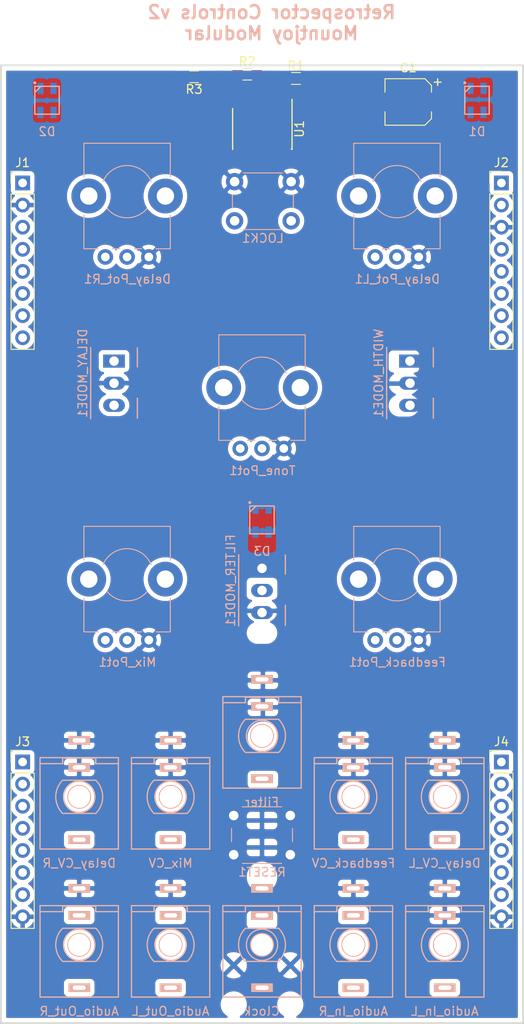
<source format=kicad_pcb>
(kicad_pcb (version 20171130) (host pcbnew "(5.1.9)-1")
  (layers (0 F.Cu signal) (31 B.Cu signal) (34 B.Paste user) (35 F.Paste user) (36 B.SilkS user) (37 F.SilkS user) (38 B.Mask user) (39 F.Mask user) (44 Edge.Cuts user))
  (net 0 "")
  (net 1 GND)
  (net 2 +3.3VA)
  (net 3 /MODE1)
  (net 4 /MODE2)
  (net 5 /EXT_AUDIO_IN_L)
  (net 6 /EXT_AUDIO_IN_R)
  (net 7 /RESET)
  (net 8 /EXT_AUDIO_OUT_L)
  (net 9 /EXT_AUDIO_OUT_R)
  (net 10 /CLOCK)
  (net 11 /DELAY_CV_L)
  (net 12 /DELAY_POT_L)
  (net 13 /DELAY_CV_R)
  (net 14 /DELAY_POT_R)
  (net 15 /MIX_POT)
  (net 16 /MIX_CV)
  (net 17 /FEEDBACK_CV)
  (net 18 /FEEDBACK_POT)
  (net 19 "Net-(J12-Pad2)")
  (net 20 "Net-(J13-Pad2)")
  (net 21 +5V)
  (net 22 "Net-(D1-Pad1)")
  (net 23 "Net-(D1-Pad2)")
  (net 24 "Net-(D1-Pad3)")
  (net 25 "Net-(D2-Pad1)")
  (net 26 "Net-(D2-Pad2)")
  (net 27 "Net-(D2-Pad3)")
  (net 28 "Net-(D3-Pad1)")
  (net 29 "Net-(D3-Pad2)")
  (net 30 "Net-(D3-Pad3)")
  (net 31 /HP_MODE)
  (net 32 /LP_MODE)
  (net 33 +3V3)
  (net 34 /FILTER_CV)
  (net 35 /LED_SPI_DATA)
  (net 36 /LED_SPI_CLK)
  (net 37 /PINGPONG)
  (net 38 /CHORUS)
  (net 39 "Net-(R1-Pad1)")
  (net 40 "Net-(R2-Pad1)")
  (net 41 "Net-(R3-Pad1)")
  (net 42 /FILTER_POT)
  (net 43 /LINK_BTN)
  (module Custom_Footprints:SPDT_SubMiniature_Aligned (layer B.Cu) (at 147 86.5 270)
    (fp_text reference WIDTH_MODE1 (at -1.14 3.6 90) (layer B.SilkS) (effects (justify mirror)))
    (fp_text value SW_SPDT_MSM)
    (fp_line (start 1.714 -2.681) (end 4.014 -2.681) (layer B.SilkS) (width 0.15))
    (fp_line (start -4.078 -2.681) (end -1.878 -2.681) (layer B.SilkS) (width 0.15))
    (fp_line (start -4.1034 2.681) (end 4.064 2.681) (layer B.SilkS) (width 0.15))
    (pad 3 thru_hole oval (at 2.54 0 270) (size 1.5 2.5) (drill 1.0922) (layers *.Cu *.Mask) (net 37 /PINGPONG))
    (pad 2 thru_hole oval (at 0 0 270) (size 1.5 2.5) (drill 1.0922) (layers *.Cu *.Mask) (net 1 GND))
    (pad 1 thru_hole rect (at -2.54 0 270) (size 1.5 2.5) (drill 1.0922) (layers *.Cu *.Mask) (net 38 /CHORUS))
  )
  (module Custom_Footprints:SPDT_SubMiniature_Aligned (layer B.Cu) (at 130 110.3 270)
    (fp_text reference FILTER_MODE1 (at -1.14 3.6 90) (layer B.SilkS) (effects (justify mirror)))
    (fp_text value SW_SPDT_MSM)
    (fp_line (start 1.714 -2.681) (end 4.014 -2.681) (layer B.SilkS) (width 0.15))
    (fp_line (start -4.078 -2.681) (end -1.878 -2.681) (layer B.SilkS) (width 0.15))
    (fp_line (start -4.1034 2.681) (end 4.064 2.681) (layer B.SilkS) (width 0.15))
    (pad 3 thru_hole oval (at 2.54 0 270) (size 1.5 2.5) (drill 1.0922) (layers *.Cu *.Mask) (net 31 /HP_MODE))
    (pad 2 thru_hole oval (at 0 0 270) (size 1.5 2.5) (drill 1.0922) (layers *.Cu *.Mask) (net 1 GND))
    (pad 1 thru_hole rect (at -2.54 0 270) (size 1.5 2.5) (drill 1.0922) (layers *.Cu *.Mask) (net 32 /LP_MODE))
  )
  (module Custom_Footprints:SPDT_SubMiniature_Aligned (layer B.Cu) (at 113 86.5 270)
    (fp_text reference DELAY_MODE1 (at -1.14 3.6 90) (layer B.SilkS) (effects (justify mirror)))
    (fp_text value SW_SPDT_MSM)
    (fp_line (start 1.714 -2.681) (end 4.014 -2.681) (layer B.SilkS) (width 0.15))
    (fp_line (start -4.078 -2.681) (end -1.878 -2.681) (layer B.SilkS) (width 0.15))
    (fp_line (start -4.1034 2.681) (end 4.064 2.681) (layer B.SilkS) (width 0.15))
    (pad 3 thru_hole oval (at 2.54 0 270) (size 1.5 2.5) (drill 1.0922) (layers *.Cu *.Mask) (net 4 /MODE2))
    (pad 2 thru_hole oval (at 0 0 270) (size 1.5 2.5) (drill 1.0922) (layers *.Cu *.Mask) (net 1 GND))
    (pad 1 thru_hole rect (at -2.54 0 270) (size 1.5 2.5) (drill 1.0922) (layers *.Cu *.Mask) (net 3 /MODE1))
  )
  (module Custom_Footprints:LED_RGB_PLCC4 (layer B.Cu) (at 130 102.2)
    (fp_text reference D3 (at 0 3.6) (layer B.SilkS) (effects (justify mirror)))
    (fp_text value LED_RGBA)
    (fp_line (start 1.4 -1.6) (end -1.4 -1.6) (layer B.SilkS) (width 0.15))
    (fp_line (start 1.4 1.6) (end -1.4 1.6) (layer B.SilkS) (width 0.15))
    (fp_line (start -1.4 -1.6) (end -1.4 1.6) (layer B.SilkS) (width 0.15))
    (fp_line (start 1.4 -1.6) (end 1.4 1.6) (layer B.SilkS) (width 0.15))
    (fp_line (start -0.725 -1.575) (end -1.4 -0.9) (layer B.SilkS) (width 0.15))
    (fp_circle (center -1.4 -2) (end -1.3 -2) (layer B.SilkS) (width 0.15))
    (pad 1 smd rect (at -0.75 -1.35) (size 0.7 1.3) (layers B.Cu B.Paste B.Mask) (net 28 "Net-(D3-Pad1)"))
    (pad 2 smd rect (at -0.75 1.4) (size 0.7 1.3) (layers B.Cu B.Paste B.Mask) (net 29 "Net-(D3-Pad2)"))
    (pad 4 smd rect (at 0.75 -1.35) (size 0.7 1.3) (layers B.Cu B.Paste B.Mask) (net 21 +5V))
    (pad 3 smd rect (at 0.75 1.4) (size 0.7 1.3) (layers B.Cu B.Paste B.Mask) (net 30 "Net-(D3-Pad3)"))
  )
  (module Custom_Footprints:LED_RGB_PLCC4 (layer B.Cu) (at 105.3 54)
    (fp_text reference D2 (at 0 3.6) (layer B.SilkS) (effects (justify mirror)))
    (fp_text value LED_RGBA)
    (fp_line (start 1.4 -1.6) (end -1.4 -1.6) (layer B.SilkS) (width 0.15))
    (fp_line (start 1.4 1.6) (end -1.4 1.6) (layer B.SilkS) (width 0.15))
    (fp_line (start -1.4 -1.6) (end -1.4 1.6) (layer B.SilkS) (width 0.15))
    (fp_line (start 1.4 -1.6) (end 1.4 1.6) (layer B.SilkS) (width 0.15))
    (fp_line (start -0.725 -1.575) (end -1.4 -0.9) (layer B.SilkS) (width 0.15))
    (fp_circle (center -1.4 -2) (end -1.3 -2) (layer B.SilkS) (width 0.15))
    (pad 1 smd rect (at -0.75 -1.35) (size 0.7 1.3) (layers B.Cu B.Paste B.Mask) (net 25 "Net-(D2-Pad1)"))
    (pad 2 smd rect (at -0.75 1.4) (size 0.7 1.3) (layers B.Cu B.Paste B.Mask) (net 26 "Net-(D2-Pad2)"))
    (pad 4 smd rect (at 0.75 -1.35) (size 0.7 1.3) (layers B.Cu B.Paste B.Mask) (net 21 +5V))
    (pad 3 smd rect (at 0.75 1.4) (size 0.7 1.3) (layers B.Cu B.Paste B.Mask) (net 27 "Net-(D2-Pad3)"))
  )
  (module Custom_Footprints:LED_RGB_PLCC4 (layer B.Cu) (at 154.7 54)
    (fp_text reference D1 (at 0 3.6) (layer B.SilkS) (effects (justify mirror)))
    (fp_text value LED_RGBA)
    (fp_line (start 1.4 -1.6) (end -1.4 -1.6) (layer B.SilkS) (width 0.15))
    (fp_line (start 1.4 1.6) (end -1.4 1.6) (layer B.SilkS) (width 0.15))
    (fp_line (start -1.4 -1.6) (end -1.4 1.6) (layer B.SilkS) (width 0.15))
    (fp_line (start 1.4 -1.6) (end 1.4 1.6) (layer B.SilkS) (width 0.15))
    (fp_line (start -0.725 -1.575) (end -1.4 -0.9) (layer B.SilkS) (width 0.15))
    (fp_circle (center -1.4 -2) (end -1.3 -2) (layer B.SilkS) (width 0.15))
    (pad 1 smd rect (at -0.75 -1.35) (size 0.7 1.3) (layers B.Cu B.Paste B.Mask) (net 22 "Net-(D1-Pad1)"))
    (pad 2 smd rect (at -0.75 1.4) (size 0.7 1.3) (layers B.Cu B.Paste B.Mask) (net 23 "Net-(D1-Pad2)"))
    (pad 4 smd rect (at 0.75 -1.35) (size 0.7 1.3) (layers B.Cu B.Paste B.Mask) (net 21 +5V))
    (pad 3 smd rect (at 0.75 1.4) (size 0.7 1.3) (layers B.Cu B.Paste B.Mask) (net 24 "Net-(D1-Pad3)"))
  )
  (module Custom_Footprints:THONKICONN_hole (layer B.Cu) (at 130 127)
    (fp_text reference J14 hide)
    (fp_text value Filter (at 0 7.62) (layer B.SilkS) (effects (justify mirror)))
    (fp_line (start -4.445 -3.81) (end -1.905 -3.81) (layer B.SilkS) (width 0.15))
    (fp_line (start -1.905 -3.81) (end -1.905 -4.445) (layer B.SilkS) (width 0.15))
    (fp_line (start -1.905 -4.445) (end 1.905 -4.445) (layer B.SilkS) (width 0.15))
    (fp_line (start 1.905 -4.445) (end 1.905 -3.81) (layer B.SilkS) (width 0.15))
    (fp_line (start 1.905 -3.81) (end 4.445 -3.81) (layer B.SilkS) (width 0.15))
    (fp_line (start 1.905 -1.905) (end -1.905 -1.905) (layer B.SilkS) (width 0.15))
    (fp_line (start -1.905 1.905) (end 1.905 1.905) (layer B.SilkS) (width 0.15))
    (fp_circle (center 0 0) (end 1.27 -1.27) (layer B.SilkS) (width 0.15))
    (fp_line (start 4.5 6) (end 4.5 -4.5) (layer B.SilkS) (width 0.15))
    (fp_line (start -4.5 6) (end -4.5 -4.5) (layer B.SilkS) (width 0.15))
    (fp_line (start -4.5 -4.5) (end 4.5 -4.5) (layer B.SilkS) (width 0.15))
    (fp_line (start -4.5 6) (end 4.5 6) (layer B.SilkS) (width 0.15))
    (fp_circle (center 0 0) (end 1.3 0) (layer B.SilkS) (width 0.15))
    (fp_arc (start 0 0) (end -1.905 -1.905) (angle -90) (layer B.SilkS) (width 0.15))
    (fp_arc (start 0 0) (end 1.905 1.905) (angle -90) (layer B.SilkS) (width 0.15))
    (pad "" np_thru_hole circle (at 0 0) (size 2.5 2.5) (drill 2.5) (layers *.Cu *.Mask))
    (pad 1 thru_hole rect (at 0 -6.48) (size 2.5 1) (drill oval 1.5 0.5) (layers *.Cu *.Mask B.SilkS) (net 1 GND))
    (pad 2 thru_hole rect (at 0 -3.38) (size 2.5 1) (drill oval 1.5 0.5) (layers *.Cu *.Mask B.SilkS) (net 1 GND))
    (pad 3 thru_hole rect (at 0 4.92) (size 2.5 1) (drill oval 1.5 0.5) (layers *.Cu *.Mask B.SilkS) (net 34 /FILTER_CV))
  )
  (module Custom_Footprints:THONKICONN_hole (layer B.Cu) (at 109 151)
    (fp_text reference J12 hide)
    (fp_text value Audio_Out_R (at 0 7.62) (layer B.SilkS) (effects (justify mirror)))
    (fp_line (start -4.445 -3.81) (end -1.905 -3.81) (layer B.SilkS) (width 0.15))
    (fp_line (start -1.905 -3.81) (end -1.905 -4.445) (layer B.SilkS) (width 0.15))
    (fp_line (start -1.905 -4.445) (end 1.905 -4.445) (layer B.SilkS) (width 0.15))
    (fp_line (start 1.905 -4.445) (end 1.905 -3.81) (layer B.SilkS) (width 0.15))
    (fp_line (start 1.905 -3.81) (end 4.445 -3.81) (layer B.SilkS) (width 0.15))
    (fp_line (start 1.905 -1.905) (end -1.905 -1.905) (layer B.SilkS) (width 0.15))
    (fp_line (start -1.905 1.905) (end 1.905 1.905) (layer B.SilkS) (width 0.15))
    (fp_circle (center 0 0) (end 1.27 -1.27) (layer B.SilkS) (width 0.15))
    (fp_line (start 4.5 6) (end 4.5 -4.5) (layer B.SilkS) (width 0.15))
    (fp_line (start -4.5 6) (end -4.5 -4.5) (layer B.SilkS) (width 0.15))
    (fp_line (start -4.5 -4.5) (end 4.5 -4.5) (layer B.SilkS) (width 0.15))
    (fp_line (start -4.5 6) (end 4.5 6) (layer B.SilkS) (width 0.15))
    (fp_circle (center 0 0) (end 1.3 0) (layer B.SilkS) (width 0.15))
    (fp_arc (start 0 0) (end -1.905 -1.905) (angle -90) (layer B.SilkS) (width 0.15))
    (fp_arc (start 0 0) (end 1.905 1.905) (angle -90) (layer B.SilkS) (width 0.15))
    (pad "" np_thru_hole circle (at 0 0) (size 2.5 2.5) (drill 2.5) (layers *.Cu *.Mask))
    (pad 1 thru_hole rect (at 0 -6.48) (size 2.5 1) (drill oval 1.5 0.5) (layers *.Cu *.Mask B.SilkS) (net 1 GND))
    (pad 2 thru_hole rect (at 0 -3.38) (size 2.5 1) (drill oval 1.5 0.5) (layers *.Cu *.Mask B.SilkS) (net 19 "Net-(J12-Pad2)"))
    (pad 3 thru_hole rect (at 0 4.92) (size 2.5 1) (drill oval 1.5 0.5) (layers *.Cu *.Mask B.SilkS) (net 9 /EXT_AUDIO_OUT_R))
  )
  (module Custom_Footprints:THONKICONN_hole (layer B.Cu) (at 119.5 134)
    (fp_text reference J7 hide)
    (fp_text value Mix_CV (at 0 7.62) (layer B.SilkS) (effects (justify mirror)))
    (fp_line (start -4.445 -3.81) (end -1.905 -3.81) (layer B.SilkS) (width 0.15))
    (fp_line (start -1.905 -3.81) (end -1.905 -4.445) (layer B.SilkS) (width 0.15))
    (fp_line (start -1.905 -4.445) (end 1.905 -4.445) (layer B.SilkS) (width 0.15))
    (fp_line (start 1.905 -4.445) (end 1.905 -3.81) (layer B.SilkS) (width 0.15))
    (fp_line (start 1.905 -3.81) (end 4.445 -3.81) (layer B.SilkS) (width 0.15))
    (fp_line (start 1.905 -1.905) (end -1.905 -1.905) (layer B.SilkS) (width 0.15))
    (fp_line (start -1.905 1.905) (end 1.905 1.905) (layer B.SilkS) (width 0.15))
    (fp_circle (center 0 0) (end 1.27 -1.27) (layer B.SilkS) (width 0.15))
    (fp_line (start 4.5 6) (end 4.5 -4.5) (layer B.SilkS) (width 0.15))
    (fp_line (start -4.5 6) (end -4.5 -4.5) (layer B.SilkS) (width 0.15))
    (fp_line (start -4.5 -4.5) (end 4.5 -4.5) (layer B.SilkS) (width 0.15))
    (fp_line (start -4.5 6) (end 4.5 6) (layer B.SilkS) (width 0.15))
    (fp_circle (center 0 0) (end 1.3 0) (layer B.SilkS) (width 0.15))
    (fp_arc (start 0 0) (end -1.905 -1.905) (angle -90) (layer B.SilkS) (width 0.15))
    (fp_arc (start 0 0) (end 1.905 1.905) (angle -90) (layer B.SilkS) (width 0.15))
    (pad "" np_thru_hole circle (at 0 0) (size 2.5 2.5) (drill 2.5) (layers *.Cu *.Mask))
    (pad 1 thru_hole rect (at 0 -6.48) (size 2.5 1) (drill oval 1.5 0.5) (layers *.Cu *.Mask B.SilkS) (net 1 GND))
    (pad 2 thru_hole rect (at 0 -3.38) (size 2.5 1) (drill oval 1.5 0.5) (layers *.Cu *.Mask B.SilkS) (net 1 GND))
    (pad 3 thru_hole rect (at 0 4.92) (size 2.5 1) (drill oval 1.5 0.5) (layers *.Cu *.Mask B.SilkS) (net 16 /MIX_CV))
  )
  (module Custom_Footprints:THONKICONN_hole (layer B.Cu) (at 140.5 134)
    (fp_text reference J10 hide)
    (fp_text value Feedback_CV (at 0 7.62) (layer B.SilkS) (effects (justify mirror)))
    (fp_line (start -4.445 -3.81) (end -1.905 -3.81) (layer B.SilkS) (width 0.15))
    (fp_line (start -1.905 -3.81) (end -1.905 -4.445) (layer B.SilkS) (width 0.15))
    (fp_line (start -1.905 -4.445) (end 1.905 -4.445) (layer B.SilkS) (width 0.15))
    (fp_line (start 1.905 -4.445) (end 1.905 -3.81) (layer B.SilkS) (width 0.15))
    (fp_line (start 1.905 -3.81) (end 4.445 -3.81) (layer B.SilkS) (width 0.15))
    (fp_line (start 1.905 -1.905) (end -1.905 -1.905) (layer B.SilkS) (width 0.15))
    (fp_line (start -1.905 1.905) (end 1.905 1.905) (layer B.SilkS) (width 0.15))
    (fp_circle (center 0 0) (end 1.27 -1.27) (layer B.SilkS) (width 0.15))
    (fp_line (start 4.5 6) (end 4.5 -4.5) (layer B.SilkS) (width 0.15))
    (fp_line (start -4.5 6) (end -4.5 -4.5) (layer B.SilkS) (width 0.15))
    (fp_line (start -4.5 -4.5) (end 4.5 -4.5) (layer B.SilkS) (width 0.15))
    (fp_line (start -4.5 6) (end 4.5 6) (layer B.SilkS) (width 0.15))
    (fp_circle (center 0 0) (end 1.3 0) (layer B.SilkS) (width 0.15))
    (fp_arc (start 0 0) (end -1.905 -1.905) (angle -90) (layer B.SilkS) (width 0.15))
    (fp_arc (start 0 0) (end 1.905 1.905) (angle -90) (layer B.SilkS) (width 0.15))
    (pad "" np_thru_hole circle (at 0 0) (size 2.5 2.5) (drill 2.5) (layers *.Cu *.Mask))
    (pad 1 thru_hole rect (at 0 -6.48) (size 2.5 1) (drill oval 1.5 0.5) (layers *.Cu *.Mask B.SilkS) (net 1 GND))
    (pad 2 thru_hole rect (at 0 -3.38) (size 2.5 1) (drill oval 1.5 0.5) (layers *.Cu *.Mask B.SilkS) (net 1 GND))
    (pad 3 thru_hole rect (at 0 4.92) (size 2.5 1) (drill oval 1.5 0.5) (layers *.Cu *.Mask B.SilkS) (net 17 /FEEDBACK_CV))
  )
  (module Custom_Footprints:THONKICONN_hole (layer B.Cu) (at 109 134)
    (fp_text reference J8 hide)
    (fp_text value Delay_CV_R (at 0 7.62) (layer B.SilkS) (effects (justify mirror)))
    (fp_line (start -4.445 -3.81) (end -1.905 -3.81) (layer B.SilkS) (width 0.15))
    (fp_line (start -1.905 -3.81) (end -1.905 -4.445) (layer B.SilkS) (width 0.15))
    (fp_line (start -1.905 -4.445) (end 1.905 -4.445) (layer B.SilkS) (width 0.15))
    (fp_line (start 1.905 -4.445) (end 1.905 -3.81) (layer B.SilkS) (width 0.15))
    (fp_line (start 1.905 -3.81) (end 4.445 -3.81) (layer B.SilkS) (width 0.15))
    (fp_line (start 1.905 -1.905) (end -1.905 -1.905) (layer B.SilkS) (width 0.15))
    (fp_line (start -1.905 1.905) (end 1.905 1.905) (layer B.SilkS) (width 0.15))
    (fp_circle (center 0 0) (end 1.27 -1.27) (layer B.SilkS) (width 0.15))
    (fp_line (start 4.5 6) (end 4.5 -4.5) (layer B.SilkS) (width 0.15))
    (fp_line (start -4.5 6) (end -4.5 -4.5) (layer B.SilkS) (width 0.15))
    (fp_line (start -4.5 -4.5) (end 4.5 -4.5) (layer B.SilkS) (width 0.15))
    (fp_line (start -4.5 6) (end 4.5 6) (layer B.SilkS) (width 0.15))
    (fp_circle (center 0 0) (end 1.3 0) (layer B.SilkS) (width 0.15))
    (fp_arc (start 0 0) (end -1.905 -1.905) (angle -90) (layer B.SilkS) (width 0.15))
    (fp_arc (start 0 0) (end 1.905 1.905) (angle -90) (layer B.SilkS) (width 0.15))
    (pad "" np_thru_hole circle (at 0 0) (size 2.5 2.5) (drill 2.5) (layers *.Cu *.Mask))
    (pad 1 thru_hole rect (at 0 -6.48) (size 2.5 1) (drill oval 1.5 0.5) (layers *.Cu *.Mask B.SilkS) (net 1 GND))
    (pad 2 thru_hole rect (at 0 -3.38) (size 2.5 1) (drill oval 1.5 0.5) (layers *.Cu *.Mask B.SilkS) (net 1 GND))
    (pad 3 thru_hole rect (at 0 4.92) (size 2.5 1) (drill oval 1.5 0.5) (layers *.Cu *.Mask B.SilkS) (net 13 /DELAY_CV_R))
  )
  (module Custom_Footprints:THONKICONN_hole (layer B.Cu) (at 119.5 151)
    (fp_text reference J13 hide)
    (fp_text value Audio_Out_L (at 0 7.62) (layer B.SilkS) (effects (justify mirror)))
    (fp_line (start -4.445 -3.81) (end -1.905 -3.81) (layer B.SilkS) (width 0.15))
    (fp_line (start -1.905 -3.81) (end -1.905 -4.445) (layer B.SilkS) (width 0.15))
    (fp_line (start -1.905 -4.445) (end 1.905 -4.445) (layer B.SilkS) (width 0.15))
    (fp_line (start 1.905 -4.445) (end 1.905 -3.81) (layer B.SilkS) (width 0.15))
    (fp_line (start 1.905 -3.81) (end 4.445 -3.81) (layer B.SilkS) (width 0.15))
    (fp_line (start 1.905 -1.905) (end -1.905 -1.905) (layer B.SilkS) (width 0.15))
    (fp_line (start -1.905 1.905) (end 1.905 1.905) (layer B.SilkS) (width 0.15))
    (fp_circle (center 0 0) (end 1.27 -1.27) (layer B.SilkS) (width 0.15))
    (fp_line (start 4.5 6) (end 4.5 -4.5) (layer B.SilkS) (width 0.15))
    (fp_line (start -4.5 6) (end -4.5 -4.5) (layer B.SilkS) (width 0.15))
    (fp_line (start -4.5 -4.5) (end 4.5 -4.5) (layer B.SilkS) (width 0.15))
    (fp_line (start -4.5 6) (end 4.5 6) (layer B.SilkS) (width 0.15))
    (fp_circle (center 0 0) (end 1.3 0) (layer B.SilkS) (width 0.15))
    (fp_arc (start 0 0) (end -1.905 -1.905) (angle -90) (layer B.SilkS) (width 0.15))
    (fp_arc (start 0 0) (end 1.905 1.905) (angle -90) (layer B.SilkS) (width 0.15))
    (pad "" np_thru_hole circle (at 0 0) (size 2.5 2.5) (drill 2.5) (layers *.Cu *.Mask))
    (pad 1 thru_hole rect (at 0 -6.48) (size 2.5 1) (drill oval 1.5 0.5) (layers *.Cu *.Mask B.SilkS) (net 1 GND))
    (pad 2 thru_hole rect (at 0 -3.38) (size 2.5 1) (drill oval 1.5 0.5) (layers *.Cu *.Mask B.SilkS) (net 20 "Net-(J13-Pad2)"))
    (pad 3 thru_hole rect (at 0 4.92) (size 2.5 1) (drill oval 1.5 0.5) (layers *.Cu *.Mask B.SilkS) (net 8 /EXT_AUDIO_OUT_L))
  )
  (module Custom_Footprints:THONKICONN_hole (layer B.Cu) (at 140.5 151)
    (fp_text reference J11 hide)
    (fp_text value Audio_In_R (at 0 7.62) (layer B.SilkS) (effects (justify mirror)))
    (fp_line (start -4.445 -3.81) (end -1.905 -3.81) (layer B.SilkS) (width 0.15))
    (fp_line (start -1.905 -3.81) (end -1.905 -4.445) (layer B.SilkS) (width 0.15))
    (fp_line (start -1.905 -4.445) (end 1.905 -4.445) (layer B.SilkS) (width 0.15))
    (fp_line (start 1.905 -4.445) (end 1.905 -3.81) (layer B.SilkS) (width 0.15))
    (fp_line (start 1.905 -3.81) (end 4.445 -3.81) (layer B.SilkS) (width 0.15))
    (fp_line (start 1.905 -1.905) (end -1.905 -1.905) (layer B.SilkS) (width 0.15))
    (fp_line (start -1.905 1.905) (end 1.905 1.905) (layer B.SilkS) (width 0.15))
    (fp_circle (center 0 0) (end 1.27 -1.27) (layer B.SilkS) (width 0.15))
    (fp_line (start 4.5 6) (end 4.5 -4.5) (layer B.SilkS) (width 0.15))
    (fp_line (start -4.5 6) (end -4.5 -4.5) (layer B.SilkS) (width 0.15))
    (fp_line (start -4.5 -4.5) (end 4.5 -4.5) (layer B.SilkS) (width 0.15))
    (fp_line (start -4.5 6) (end 4.5 6) (layer B.SilkS) (width 0.15))
    (fp_circle (center 0 0) (end 1.3 0) (layer B.SilkS) (width 0.15))
    (fp_arc (start 0 0) (end -1.905 -1.905) (angle -90) (layer B.SilkS) (width 0.15))
    (fp_arc (start 0 0) (end 1.905 1.905) (angle -90) (layer B.SilkS) (width 0.15))
    (pad "" np_thru_hole circle (at 0 0) (size 2.5 2.5) (drill 2.5) (layers *.Cu *.Mask))
    (pad 1 thru_hole rect (at 0 -6.48) (size 2.5 1) (drill oval 1.5 0.5) (layers *.Cu *.Mask B.SilkS) (net 1 GND))
    (pad 2 thru_hole rect (at 0 -3.38) (size 2.5 1) (drill oval 1.5 0.5) (layers *.Cu *.Mask B.SilkS) (net 5 /EXT_AUDIO_IN_L))
    (pad 3 thru_hole rect (at 0 4.92) (size 2.5 1) (drill oval 1.5 0.5) (layers *.Cu *.Mask B.SilkS) (net 6 /EXT_AUDIO_IN_R))
  )
  (module Custom_Footprints:THONKICONN_hole (layer B.Cu) (at 130 151)
    (fp_text reference J9 hide)
    (fp_text value Clock (at 0 7.62) (layer B.SilkS) (effects (justify mirror)))
    (fp_line (start -4.445 -3.81) (end -1.905 -3.81) (layer B.SilkS) (width 0.15))
    (fp_line (start -1.905 -3.81) (end -1.905 -4.445) (layer B.SilkS) (width 0.15))
    (fp_line (start -1.905 -4.445) (end 1.905 -4.445) (layer B.SilkS) (width 0.15))
    (fp_line (start 1.905 -4.445) (end 1.905 -3.81) (layer B.SilkS) (width 0.15))
    (fp_line (start 1.905 -3.81) (end 4.445 -3.81) (layer B.SilkS) (width 0.15))
    (fp_line (start 1.905 -1.905) (end -1.905 -1.905) (layer B.SilkS) (width 0.15))
    (fp_line (start -1.905 1.905) (end 1.905 1.905) (layer B.SilkS) (width 0.15))
    (fp_circle (center 0 0) (end 1.27 -1.27) (layer B.SilkS) (width 0.15))
    (fp_line (start 4.5 6) (end 4.5 -4.5) (layer B.SilkS) (width 0.15))
    (fp_line (start -4.5 6) (end -4.5 -4.5) (layer B.SilkS) (width 0.15))
    (fp_line (start -4.5 -4.5) (end 4.5 -4.5) (layer B.SilkS) (width 0.15))
    (fp_line (start -4.5 6) (end 4.5 6) (layer B.SilkS) (width 0.15))
    (fp_circle (center 0 0) (end 1.3 0) (layer B.SilkS) (width 0.15))
    (fp_arc (start 0 0) (end -1.905 -1.905) (angle -90) (layer B.SilkS) (width 0.15))
    (fp_arc (start 0 0) (end 1.905 1.905) (angle -90) (layer B.SilkS) (width 0.15))
    (pad "" np_thru_hole circle (at 0 0) (size 2.5 2.5) (drill 2.5) (layers *.Cu *.Mask))
    (pad 1 thru_hole rect (at 0 -6.48) (size 2.5 1) (drill oval 1.5 0.5) (layers *.Cu *.Mask B.SilkS) (net 1 GND))
    (pad 2 thru_hole rect (at 0 -3.38) (size 2.5 1) (drill oval 1.5 0.5) (layers *.Cu *.Mask B.SilkS) (net 1 GND))
    (pad 3 thru_hole rect (at 0 4.92) (size 2.5 1) (drill oval 1.5 0.5) (layers *.Cu *.Mask B.SilkS) (net 10 /CLOCK))
  )
  (module Custom_Footprints:THONKICONN_hole (layer B.Cu) (at 151 134)
    (fp_text reference J6 hide)
    (fp_text value Delay_CV_L (at 0 7.62) (layer B.SilkS) (effects (justify mirror)))
    (fp_line (start -4.445 -3.81) (end -1.905 -3.81) (layer B.SilkS) (width 0.15))
    (fp_line (start -1.905 -3.81) (end -1.905 -4.445) (layer B.SilkS) (width 0.15))
    (fp_line (start -1.905 -4.445) (end 1.905 -4.445) (layer B.SilkS) (width 0.15))
    (fp_line (start 1.905 -4.445) (end 1.905 -3.81) (layer B.SilkS) (width 0.15))
    (fp_line (start 1.905 -3.81) (end 4.445 -3.81) (layer B.SilkS) (width 0.15))
    (fp_line (start 1.905 -1.905) (end -1.905 -1.905) (layer B.SilkS) (width 0.15))
    (fp_line (start -1.905 1.905) (end 1.905 1.905) (layer B.SilkS) (width 0.15))
    (fp_circle (center 0 0) (end 1.27 -1.27) (layer B.SilkS) (width 0.15))
    (fp_line (start 4.5 6) (end 4.5 -4.5) (layer B.SilkS) (width 0.15))
    (fp_line (start -4.5 6) (end -4.5 -4.5) (layer B.SilkS) (width 0.15))
    (fp_line (start -4.5 -4.5) (end 4.5 -4.5) (layer B.SilkS) (width 0.15))
    (fp_line (start -4.5 6) (end 4.5 6) (layer B.SilkS) (width 0.15))
    (fp_circle (center 0 0) (end 1.3 0) (layer B.SilkS) (width 0.15))
    (fp_arc (start 0 0) (end -1.905 -1.905) (angle -90) (layer B.SilkS) (width 0.15))
    (fp_arc (start 0 0) (end 1.905 1.905) (angle -90) (layer B.SilkS) (width 0.15))
    (pad "" np_thru_hole circle (at 0 0) (size 2.5 2.5) (drill 2.5) (layers *.Cu *.Mask))
    (pad 1 thru_hole rect (at 0 -6.48) (size 2.5 1) (drill oval 1.5 0.5) (layers *.Cu *.Mask B.SilkS) (net 1 GND))
    (pad 2 thru_hole rect (at 0 -3.38) (size 2.5 1) (drill oval 1.5 0.5) (layers *.Cu *.Mask B.SilkS) (net 1 GND))
    (pad 3 thru_hole rect (at 0 4.92) (size 2.5 1) (drill oval 1.5 0.5) (layers *.Cu *.Mask B.SilkS) (net 11 /DELAY_CV_L))
  )
  (module Custom_Footprints:THONKICONN_hole (layer B.Cu) (at 151 151)
    (fp_text reference J5 hide)
    (fp_text value Audio_In_L (at 0 7.62) (layer B.SilkS) (effects (justify mirror)))
    (fp_line (start -4.445 -3.81) (end -1.905 -3.81) (layer B.SilkS) (width 0.15))
    (fp_line (start -1.905 -3.81) (end -1.905 -4.445) (layer B.SilkS) (width 0.15))
    (fp_line (start -1.905 -4.445) (end 1.905 -4.445) (layer B.SilkS) (width 0.15))
    (fp_line (start 1.905 -4.445) (end 1.905 -3.81) (layer B.SilkS) (width 0.15))
    (fp_line (start 1.905 -3.81) (end 4.445 -3.81) (layer B.SilkS) (width 0.15))
    (fp_line (start 1.905 -1.905) (end -1.905 -1.905) (layer B.SilkS) (width 0.15))
    (fp_line (start -1.905 1.905) (end 1.905 1.905) (layer B.SilkS) (width 0.15))
    (fp_circle (center 0 0) (end 1.27 -1.27) (layer B.SilkS) (width 0.15))
    (fp_line (start 4.5 6) (end 4.5 -4.5) (layer B.SilkS) (width 0.15))
    (fp_line (start -4.5 6) (end -4.5 -4.5) (layer B.SilkS) (width 0.15))
    (fp_line (start -4.5 -4.5) (end 4.5 -4.5) (layer B.SilkS) (width 0.15))
    (fp_line (start -4.5 6) (end 4.5 6) (layer B.SilkS) (width 0.15))
    (fp_circle (center 0 0) (end 1.3 0) (layer B.SilkS) (width 0.15))
    (fp_arc (start 0 0) (end -1.905 -1.905) (angle -90) (layer B.SilkS) (width 0.15))
    (fp_arc (start 0 0) (end 1.905 1.905) (angle -90) (layer B.SilkS) (width 0.15))
    (pad "" np_thru_hole circle (at 0 0) (size 2.5 2.5) (drill 2.5) (layers *.Cu *.Mask))
    (pad 1 thru_hole rect (at 0 -6.48) (size 2.5 1) (drill oval 1.5 0.5) (layers *.Cu *.Mask B.SilkS) (net 1 GND))
    (pad 2 thru_hole rect (at 0 -3.38) (size 2.5 1) (drill oval 1.5 0.5) (layers *.Cu *.Mask B.SilkS) (net 1 GND))
    (pad 3 thru_hole rect (at 0 4.92) (size 2.5 1) (drill oval 1.5 0.5) (layers *.Cu *.Mask B.SilkS) (net 5 /EXT_AUDIO_IN_L))
  )
  (module Custom_Footprints:Alpha_9mm_Potentiometer_Aligned (layer B.Cu) (at 130 86.5 180)
    (fp_text reference Tone_Pot1 (at -0.04 -10.04) (layer B.SilkS) (effects (justify mirror)))
    (fp_text value B10k)
    (fp_line (start -4.961 -6.56) (end -4.961 -2.694) (layer B.SilkS) (width 0.12))
    (fp_line (start -4.961 1.695) (end -4.961 5.56) (layer B.SilkS) (width 0.12))
    (fp_line (start 4.96 -6.56) (end 4.96 -2.694) (layer B.SilkS) (width 0.12))
    (fp_line (start 4.96 1.695) (end 4.96 5.56) (layer B.SilkS) (width 0.12))
    (fp_line (start -4.961 -6.56) (end -3.325 -6.56) (layer B.SilkS) (width 0.12))
    (fp_line (start -1.675 -6.56) (end -0.825 -6.56) (layer B.SilkS) (width 0.12))
    (fp_line (start 0.825 -6.56) (end 1.675 -6.56) (layer B.SilkS) (width 0.12))
    (fp_line (start 3.325 -6.56) (end 4.96 -6.56) (layer B.SilkS) (width 0.12))
    (fp_line (start -4.961 5.56) (end 4.96 5.56) (layer B.SilkS) (width 0.12))
    (fp_arc (start 0 0) (end -2.298 -1.928) (angle 100) (layer B.SilkS) (width 0.12))
    (fp_arc (start 0 0) (end 2.762 1.173) (angle 134) (layer B.SilkS) (width 0.12))
    (pad 0 np_thru_hole circle (at 4.4 -0.5 90) (size 4 4) (drill 2) (layers *.Cu *.Mask))
    (pad 0 np_thru_hole circle (at -4.4 -0.5 90) (size 4 4) (drill 2) (layers *.Cu *.Mask))
    (pad 1 thru_hole circle (at 2.5 -7.5 90) (size 1.8 1.8) (drill 1) (layers *.Cu *.Mask) (net 2 +3.3VA))
    (pad 2 thru_hole circle (at 0 -7.5 90) (size 1.8 1.8) (drill 1) (layers *.Cu *.Mask) (net 42 /FILTER_POT))
    (pad 3 thru_hole circle (at -2.5 -7.5 90) (size 1.8 1.8) (drill 1) (layers *.Cu *.Mask) (net 1 GND))
  )
  (module Custom_Footprints:Alpha_9mm_Potentiometer_Aligned (layer B.Cu) (at 114.5 108.5 180)
    (fp_text reference Mix_Pot1 (at -0.04 -10.04) (layer B.SilkS) (effects (justify mirror)))
    (fp_text value B10k)
    (fp_line (start -4.961 -6.56) (end -4.961 -2.694) (layer B.SilkS) (width 0.12))
    (fp_line (start -4.961 1.695) (end -4.961 5.56) (layer B.SilkS) (width 0.12))
    (fp_line (start 4.96 -6.56) (end 4.96 -2.694) (layer B.SilkS) (width 0.12))
    (fp_line (start 4.96 1.695) (end 4.96 5.56) (layer B.SilkS) (width 0.12))
    (fp_line (start -4.961 -6.56) (end -3.325 -6.56) (layer B.SilkS) (width 0.12))
    (fp_line (start -1.675 -6.56) (end -0.825 -6.56) (layer B.SilkS) (width 0.12))
    (fp_line (start 0.825 -6.56) (end 1.675 -6.56) (layer B.SilkS) (width 0.12))
    (fp_line (start 3.325 -6.56) (end 4.96 -6.56) (layer B.SilkS) (width 0.12))
    (fp_line (start -4.961 5.56) (end 4.96 5.56) (layer B.SilkS) (width 0.12))
    (fp_arc (start 0 0) (end -2.298 -1.928) (angle 100) (layer B.SilkS) (width 0.12))
    (fp_arc (start 0 0) (end 2.762 1.173) (angle 134) (layer B.SilkS) (width 0.12))
    (pad 0 np_thru_hole circle (at 4.4 -0.5 90) (size 4 4) (drill 2) (layers *.Cu *.Mask))
    (pad 0 np_thru_hole circle (at -4.4 -0.5 90) (size 4 4) (drill 2) (layers *.Cu *.Mask))
    (pad 1 thru_hole circle (at 2.5 -7.5 90) (size 1.8 1.8) (drill 1) (layers *.Cu *.Mask) (net 2 +3.3VA))
    (pad 2 thru_hole circle (at 0 -7.5 90) (size 1.8 1.8) (drill 1) (layers *.Cu *.Mask) (net 15 /MIX_POT))
    (pad 3 thru_hole circle (at -2.5 -7.5 90) (size 1.8 1.8) (drill 1) (layers *.Cu *.Mask) (net 1 GND))
  )
  (module Custom_Footprints:Alpha_9mm_Potentiometer_Aligned (layer B.Cu) (at 145.5 108.5 180)
    (fp_text reference Feedback_Pot1 (at -0.04 -10.04) (layer B.SilkS) (effects (justify mirror)))
    (fp_text value B10k)
    (fp_line (start -4.961 -6.56) (end -4.961 -2.694) (layer B.SilkS) (width 0.12))
    (fp_line (start -4.961 1.695) (end -4.961 5.56) (layer B.SilkS) (width 0.12))
    (fp_line (start 4.96 -6.56) (end 4.96 -2.694) (layer B.SilkS) (width 0.12))
    (fp_line (start 4.96 1.695) (end 4.96 5.56) (layer B.SilkS) (width 0.12))
    (fp_line (start -4.961 -6.56) (end -3.325 -6.56) (layer B.SilkS) (width 0.12))
    (fp_line (start -1.675 -6.56) (end -0.825 -6.56) (layer B.SilkS) (width 0.12))
    (fp_line (start 0.825 -6.56) (end 1.675 -6.56) (layer B.SilkS) (width 0.12))
    (fp_line (start 3.325 -6.56) (end 4.96 -6.56) (layer B.SilkS) (width 0.12))
    (fp_line (start -4.961 5.56) (end 4.96 5.56) (layer B.SilkS) (width 0.12))
    (fp_arc (start 0 0) (end -2.298 -1.928) (angle 100) (layer B.SilkS) (width 0.12))
    (fp_arc (start 0 0) (end 2.762 1.173) (angle 134) (layer B.SilkS) (width 0.12))
    (pad 0 np_thru_hole circle (at 4.4 -0.5 90) (size 4 4) (drill 2) (layers *.Cu *.Mask))
    (pad 0 np_thru_hole circle (at -4.4 -0.5 90) (size 4 4) (drill 2) (layers *.Cu *.Mask))
    (pad 1 thru_hole circle (at 2.5 -7.5 90) (size 1.8 1.8) (drill 1) (layers *.Cu *.Mask) (net 2 +3.3VA))
    (pad 2 thru_hole circle (at 0 -7.5 90) (size 1.8 1.8) (drill 1) (layers *.Cu *.Mask) (net 18 /FEEDBACK_POT))
    (pad 3 thru_hole circle (at -2.5 -7.5 90) (size 1.8 1.8) (drill 1) (layers *.Cu *.Mask) (net 1 GND))
  )
  (module Custom_Footprints:Alpha_9mm_Potentiometer_Aligned (layer B.Cu) (at 114.5 64.5 180)
    (fp_text reference Delay_Pot_R1 (at -0.04 -10.04) (layer B.SilkS) (effects (justify mirror)))
    (fp_text value B10k)
    (fp_line (start -4.961 -6.56) (end -4.961 -2.694) (layer B.SilkS) (width 0.12))
    (fp_line (start -4.961 1.695) (end -4.961 5.56) (layer B.SilkS) (width 0.12))
    (fp_line (start 4.96 -6.56) (end 4.96 -2.694) (layer B.SilkS) (width 0.12))
    (fp_line (start 4.96 1.695) (end 4.96 5.56) (layer B.SilkS) (width 0.12))
    (fp_line (start -4.961 -6.56) (end -3.325 -6.56) (layer B.SilkS) (width 0.12))
    (fp_line (start -1.675 -6.56) (end -0.825 -6.56) (layer B.SilkS) (width 0.12))
    (fp_line (start 0.825 -6.56) (end 1.675 -6.56) (layer B.SilkS) (width 0.12))
    (fp_line (start 3.325 -6.56) (end 4.96 -6.56) (layer B.SilkS) (width 0.12))
    (fp_line (start -4.961 5.56) (end 4.96 5.56) (layer B.SilkS) (width 0.12))
    (fp_arc (start 0 0) (end -2.298 -1.928) (angle 100) (layer B.SilkS) (width 0.12))
    (fp_arc (start 0 0) (end 2.762 1.173) (angle 134) (layer B.SilkS) (width 0.12))
    (pad 0 np_thru_hole circle (at 4.4 -0.5 90) (size 4 4) (drill 2) (layers *.Cu *.Mask))
    (pad 0 np_thru_hole circle (at -4.4 -0.5 90) (size 4 4) (drill 2) (layers *.Cu *.Mask))
    (pad 1 thru_hole circle (at 2.5 -7.5 90) (size 1.8 1.8) (drill 1) (layers *.Cu *.Mask) (net 2 +3.3VA))
    (pad 2 thru_hole circle (at 0 -7.5 90) (size 1.8 1.8) (drill 1) (layers *.Cu *.Mask) (net 14 /DELAY_POT_R))
    (pad 3 thru_hole circle (at -2.5 -7.5 90) (size 1.8 1.8) (drill 1) (layers *.Cu *.Mask) (net 1 GND))
  )
  (module Custom_Footprints:Alpha_9mm_Potentiometer_Aligned (layer B.Cu) (at 145.5 64.5 180)
    (fp_text reference Delay_Pot_L1 (at -0.04 -10.04) (layer B.SilkS) (effects (justify mirror)))
    (fp_text value B10k)
    (fp_line (start -4.961 -6.56) (end -4.961 -2.694) (layer B.SilkS) (width 0.12))
    (fp_line (start -4.961 1.695) (end -4.961 5.56) (layer B.SilkS) (width 0.12))
    (fp_line (start 4.96 -6.56) (end 4.96 -2.694) (layer B.SilkS) (width 0.12))
    (fp_line (start 4.96 1.695) (end 4.96 5.56) (layer B.SilkS) (width 0.12))
    (fp_line (start -4.961 -6.56) (end -3.325 -6.56) (layer B.SilkS) (width 0.12))
    (fp_line (start -1.675 -6.56) (end -0.825 -6.56) (layer B.SilkS) (width 0.12))
    (fp_line (start 0.825 -6.56) (end 1.675 -6.56) (layer B.SilkS) (width 0.12))
    (fp_line (start 3.325 -6.56) (end 4.96 -6.56) (layer B.SilkS) (width 0.12))
    (fp_line (start -4.961 5.56) (end 4.96 5.56) (layer B.SilkS) (width 0.12))
    (fp_arc (start 0 0) (end -2.298 -1.928) (angle 100) (layer B.SilkS) (width 0.12))
    (fp_arc (start 0 0) (end 2.762 1.173) (angle 134) (layer B.SilkS) (width 0.12))
    (pad 0 np_thru_hole circle (at 4.4 -0.5 90) (size 4 4) (drill 2) (layers *.Cu *.Mask))
    (pad 0 np_thru_hole circle (at -4.4 -0.5 90) (size 4 4) (drill 2) (layers *.Cu *.Mask))
    (pad 1 thru_hole circle (at 2.5 -7.5 90) (size 1.8 1.8) (drill 1) (layers *.Cu *.Mask) (net 2 +3.3VA))
    (pad 2 thru_hole circle (at 0 -7.5 90) (size 1.8 1.8) (drill 1) (layers *.Cu *.Mask) (net 12 /DELAY_POT_L))
    (pad 3 thru_hole circle (at -2.5 -7.5 90) (size 1.8 1.8) (drill 1) (layers *.Cu *.Mask) (net 1 GND))
  )
  (module Custom_Footprints:SW_PUSH_6mm_aligned (layer B.Cu) (at 130 138.4)
    (fp_text reference RESET1 (at 0 4.25) (layer B.SilkS) (effects (justify mirror)))
    (fp_text value SW_Push)
    (fp_line (start 3.5 -0.75) (end 3.5 0.75) (layer B.SilkS) (width 0.12))
    (fp_line (start 2.25 3.25) (end -2.25 3.25) (layer B.SilkS) (width 0.12))
    (fp_line (start -3.5 0.75) (end -3.5 -0.75) (layer B.SilkS) (width 0.12))
    (fp_line (start -2.25 -3.25) (end 2.25 -3.25) (layer B.SilkS) (width 0.12))
    (pad 2 thru_hole circle (at -3.25 -2.25 270) (size 2 2) (drill 1.1) (layers *.Cu *.Mask) (net 1 GND))
    (pad 1 thru_hole circle (at -3.25 2.25 270) (size 2 2) (drill 1.1) (layers *.Cu *.Mask) (net 7 /RESET))
    (pad 2 thru_hole circle (at 3.25 -2.25 270) (size 2 2) (drill 1.1) (layers *.Cu *.Mask) (net 1 GND))
    (pad 1 thru_hole circle (at 3.25 2.25 270) (size 2 2) (drill 1.1) (layers *.Cu *.Mask) (net 7 /RESET))
  )
  (module Custom_Footprints:SW_PUSH_6mm_aligned (layer B.Cu) (at 130.1 65.6)
    (fp_text reference LOCK1 (at 0 4.25) (layer B.SilkS) (effects (justify mirror)))
    (fp_text value SW_Push)
    (fp_line (start 3.5 -0.75) (end 3.5 0.75) (layer B.SilkS) (width 0.12))
    (fp_line (start 2.25 3.25) (end -2.25 3.25) (layer B.SilkS) (width 0.12))
    (fp_line (start -3.5 0.75) (end -3.5 -0.75) (layer B.SilkS) (width 0.12))
    (fp_line (start -2.25 -3.25) (end 2.25 -3.25) (layer B.SilkS) (width 0.12))
    (pad 2 thru_hole circle (at -3.25 -2.25 270) (size 2 2) (drill 1.1) (layers *.Cu *.Mask) (net 1 GND))
    (pad 1 thru_hole circle (at -3.25 2.25 270) (size 2 2) (drill 1.1) (layers *.Cu *.Mask) (net 43 /LINK_BTN))
    (pad 2 thru_hole circle (at 3.25 -2.25 270) (size 2 2) (drill 1.1) (layers *.Cu *.Mask) (net 1 GND))
    (pad 1 thru_hole circle (at 3.25 2.25 270) (size 2 2) (drill 1.1) (layers *.Cu *.Mask) (net 43 /LINK_BTN))
  )
  (module Housings_SSOP:SSOP-20_4.4x6.5mm_Pitch0.65mm (layer F.Cu) (at 130 57.3 270)
    (fp_text reference U1 (at 0 -4.3 90) (layer F.SilkS))
    (fp_text value TB62781FNG)
    (fp_line (start 2.325 -3.45) (end 2.325 -3.35) (layer F.SilkS) (width 0.15))
    (fp_line (start 2.325 3.375) (end 2.325 3.35) (layer F.SilkS) (width 0.15))
    (fp_line (start -2.325 3.375) (end -2.325 3.35) (layer F.SilkS) (width 0.15))
    (fp_line (start -3.4 -3.45) (end 2.325 -3.45) (layer F.SilkS) (width 0.15))
    (fp_line (start -2.325 3.375) (end 2.325 3.375) (layer F.SilkS) (width 0.15))
    (pad 1 smd rect (at -2.9 -2.925 270) (size 1 0.4) (layers F.Cu F.Paste F.Mask) (net 1 GND))
    (pad 2 smd rect (at -2.9 -2.275 270) (size 1 0.4) (layers F.Cu F.Paste F.Mask) (net 35 /LED_SPI_DATA))
    (pad 3 smd rect (at -2.9 -1.625 270) (size 1 0.4) (layers F.Cu F.Paste F.Mask) (net 36 /LED_SPI_CLK))
    (pad 4 smd rect (at -2.9 -0.975 270) (size 1 0.4) (layers F.Cu F.Paste F.Mask) (net 33 +3V3))
    (pad 5 smd rect (at -2.9 -0.325 270) (size 1 0.4) (layers F.Cu F.Paste F.Mask) (net 1 GND))
    (pad 6 smd rect (at -2.9 0.325 270) (size 1 0.4) (layers F.Cu F.Paste F.Mask) (net 1 GND))
    (pad 7 smd rect (at -2.9 0.975 270) (size 1 0.4) (layers F.Cu F.Paste F.Mask) (net 39 "Net-(R1-Pad1)"))
    (pad 8 smd rect (at -2.9 1.625 270) (size 1 0.4) (layers F.Cu F.Paste F.Mask) (net 40 "Net-(R2-Pad1)"))
    (pad 9 smd rect (at -2.9 2.275 270) (size 1 0.4) (layers F.Cu F.Paste F.Mask) (net 41 "Net-(R3-Pad1)"))
    (pad 10 smd rect (at -2.9 2.925 270) (size 1 0.4) (layers F.Cu F.Paste F.Mask) (net 1 GND))
    (pad 11 smd rect (at 2.9 2.925 270) (size 1 0.4) (layers F.Cu F.Paste F.Mask) (net 22 "Net-(D1-Pad1)"))
    (pad 12 smd rect (at 2.9 2.275 270) (size 1 0.4) (layers F.Cu F.Paste F.Mask) (net 23 "Net-(D1-Pad2)"))
    (pad 13 smd rect (at 2.9 1.625 270) (size 1 0.4) (layers F.Cu F.Paste F.Mask) (net 24 "Net-(D1-Pad3)"))
    (pad 14 smd rect (at 2.9 0.975 270) (size 1 0.4) (layers F.Cu F.Paste F.Mask) (net 25 "Net-(D2-Pad1)"))
    (pad 15 smd rect (at 2.9 0.325 270) (size 1 0.4) (layers F.Cu F.Paste F.Mask) (net 26 "Net-(D2-Pad2)"))
    (pad 16 smd rect (at 2.9 -0.325 270) (size 1 0.4) (layers F.Cu F.Paste F.Mask) (net 27 "Net-(D2-Pad3)"))
    (pad 17 smd rect (at 2.9 -0.975 270) (size 1 0.4) (layers F.Cu F.Paste F.Mask) (net 28 "Net-(D3-Pad1)"))
    (pad 18 smd rect (at 2.9 -1.625 270) (size 1 0.4) (layers F.Cu F.Paste F.Mask) (net 29 "Net-(D3-Pad2)"))
    (pad 19 smd rect (at 2.9 -2.275 270) (size 1 0.4) (layers F.Cu F.Paste F.Mask) (net 30 "Net-(D3-Pad3)"))
    (pad 20 smd rect (at 2.9 -2.925 270) (size 1 0.4) (layers F.Cu F.Paste F.Mask) (net 33 +3V3))
  )
  (module Resistors_SMD:R_0603_HandSoldering (layer F.Cu) (at 122.2 51.3 180)
    (fp_text reference R3 (at 0 -1.45) (layer F.SilkS))
    (fp_text value 3k3)
    (fp_line (start 0.5 0.68) (end -0.5 0.68) (layer F.SilkS) (width 0.12))
    (fp_line (start -0.5 -0.68) (end 0.5 -0.68) (layer F.SilkS) (width 0.12))
    (pad 1 smd rect (at -1.1 0 180) (size 1.2 0.9) (layers F.Cu F.Paste F.Mask) (net 41 "Net-(R3-Pad1)"))
    (pad 2 smd rect (at 1.1 0 180) (size 1.2 0.9) (layers F.Cu F.Paste F.Mask) (net 1 GND))
  )
  (module Resistors_SMD:R_0603_HandSoldering (layer F.Cu) (at 128.3 51)
    (fp_text reference R2 (at 0 -1.45) (layer F.SilkS))
    (fp_text value 3k3)
    (fp_line (start 0.5 0.68) (end -0.5 0.68) (layer F.SilkS) (width 0.12))
    (fp_line (start -0.5 -0.68) (end 0.5 -0.68) (layer F.SilkS) (width 0.12))
    (pad 1 smd rect (at -1.1 0) (size 1.2 0.9) (layers F.Cu F.Paste F.Mask) (net 40 "Net-(R2-Pad1)"))
    (pad 2 smd rect (at 1.1 0) (size 1.2 0.9) (layers F.Cu F.Paste F.Mask) (net 1 GND))
  )
  (module Resistors_SMD:R_0603_HandSoldering (layer F.Cu) (at 133.9 51.5)
    (fp_text reference R1 (at 0 -1.45) (layer F.SilkS))
    (fp_text value 3k3)
    (fp_line (start 0.5 0.68) (end -0.5 0.68) (layer F.SilkS) (width 0.12))
    (fp_line (start -0.5 -0.68) (end 0.5 -0.68) (layer F.SilkS) (width 0.12))
    (pad 1 smd rect (at -1.1 0) (size 1.2 0.9) (layers F.Cu F.Paste F.Mask) (net 39 "Net-(R1-Pad1)"))
    (pad 2 smd rect (at 1.1 0) (size 1.2 0.9) (layers F.Cu F.Paste F.Mask) (net 1 GND))
  )
  (module Capacitors_SMD:CP_Elec_5x5.8 (layer F.Cu) (at 146.8 54.2 180)
    (fp_text reference C1 (at 0 3.92) (layer F.SilkS))
    (fp_text value 47uF)
    (fp_line (start 2.67 2.67) (end 2.67 1.12) (layer F.SilkS) (width 0.12))
    (fp_line (start 2.67 -2.67) (end 2.67 -1.12) (layer F.SilkS) (width 0.12))
    (fp_line (start -2.67 1.91) (end -2.67 1.12) (layer F.SilkS) (width 0.12))
    (fp_line (start -2.67 -1.91) (end -2.67 -1.12) (layer F.SilkS) (width 0.12))
    (fp_line (start 2.67 -2.67) (end -1.91 -2.67) (layer F.SilkS) (width 0.12))
    (fp_line (start -1.91 -2.67) (end -2.67 -1.91) (layer F.SilkS) (width 0.12))
    (fp_line (start -2.67 1.91) (end -1.91 2.67) (layer F.SilkS) (width 0.12))
    (fp_line (start -1.91 2.67) (end 2.67 2.67) (layer F.SilkS) (width 0.12))
    (fp_text user + (at -3.38 2.35) (layer F.SilkS))
    (pad 1 smd rect (at -2.2 0) (size 3 1.6) (layers F.Cu F.Paste F.Mask) (net 21 +5V))
    (pad 2 smd rect (at 2.2 0) (size 3 1.6) (layers F.Cu F.Paste F.Mask) (net 1 GND))
  )
  (module Socket_Strips:Socket_Strip_Straight_1x08_Pitch2.54mm (layer F.Cu) (at 157.5 130)
    (fp_text reference J4 hide)
    (fp_text value Conn_01x08_Female)
    (fp_line (start -1.33 1.27) (end -1.33 19.11) (layer F.SilkS) (width 0.12))
    (fp_line (start -1.33 19.11) (end 1.33 19.11) (layer F.SilkS) (width 0.12))
    (fp_line (start 1.33 19.11) (end 1.33 1.27) (layer F.SilkS) (width 0.12))
    (fp_line (start 1.33 1.27) (end -1.33 1.27) (layer F.SilkS) (width 0.12))
    (fp_line (start -1.33 0) (end -1.33 -1.33) (layer F.SilkS) (width 0.12))
    (fp_line (start -1.33 -1.33) (end 0 -1.33) (layer F.SilkS) (width 0.12))
    (fp_text user %R (at 0 -2.33) (layer F.SilkS))
    (pad 1 thru_hole rect (at 0 0) (size 1.7 1.7) (drill 1) (layers *.Cu *.Mask) (net 35 /LED_SPI_DATA))
    (pad 2 thru_hole oval (at 0 2.54) (size 1.7 1.7) (drill 1) (layers *.Cu *.Mask) (net 36 /LED_SPI_CLK))
    (pad 3 thru_hole oval (at 0 5.08) (size 1.7 1.7) (drill 1) (layers *.Cu *.Mask) (net 43 /LINK_BTN))
    (pad 4 thru_hole oval (at 0 7.62) (size 1.7 1.7) (drill 1) (layers *.Cu *.Mask) (net 37 /PINGPONG))
    (pad 5 thru_hole oval (at 0 10.16) (size 1.7 1.7) (drill 1) (layers *.Cu *.Mask) (net 38 /CHORUS))
    (pad 6 thru_hole oval (at 0 12.7) (size 1.7 1.7) (drill 1) (layers *.Cu *.Mask) (net 31 /HP_MODE))
    (pad 7 thru_hole oval (at 0 15.24) (size 1.7 1.7) (drill 1) (layers *.Cu *.Mask) (net 32 /LP_MODE))
    (pad 8 thru_hole oval (at 0 17.78) (size 1.7 1.7) (drill 1) (layers *.Cu *.Mask) (net 1 GND))
  )
  (module Socket_Strips:Socket_Strip_Straight_1x08_Pitch2.54mm (layer F.Cu) (at 157.5 63.5)
    (fp_text reference J2 hide)
    (fp_text value Conn_01x08_Female)
    (fp_line (start -1.33 1.27) (end -1.33 19.11) (layer F.SilkS) (width 0.12))
    (fp_line (start -1.33 19.11) (end 1.33 19.11) (layer F.SilkS) (width 0.12))
    (fp_line (start 1.33 19.11) (end 1.33 1.27) (layer F.SilkS) (width 0.12))
    (fp_line (start 1.33 1.27) (end -1.33 1.27) (layer F.SilkS) (width 0.12))
    (fp_line (start -1.33 0) (end -1.33 -1.33) (layer F.SilkS) (width 0.12))
    (fp_line (start -1.33 -1.33) (end 0 -1.33) (layer F.SilkS) (width 0.12))
    (fp_text user %R (at 0 -2.33) (layer F.SilkS))
    (pad 1 thru_hole rect (at 0 0) (size 1.7 1.7) (drill 1) (layers *.Cu *.Mask) (net 21 +5V))
    (pad 2 thru_hole oval (at 0 2.54) (size 1.7 1.7) (drill 1) (layers *.Cu *.Mask) (net 33 +3V3))
    (pad 3 thru_hole oval (at 0 5.08) (size 1.7 1.7) (drill 1) (layers *.Cu *.Mask) (net 1 GND))
    (pad 4 thru_hole oval (at 0 7.62) (size 1.7 1.7) (drill 1) (layers *.Cu *.Mask) (net 3 /MODE1))
    (pad 5 thru_hole oval (at 0 10.16) (size 1.7 1.7) (drill 1) (layers *.Cu *.Mask) (net 4 /MODE2))
    (pad 6 thru_hole oval (at 0 12.7) (size 1.7 1.7) (drill 1) (layers *.Cu *.Mask) (net 7 /RESET))
    (pad 7 thru_hole oval (at 0 15.24) (size 1.7 1.7) (drill 1) (layers *.Cu *.Mask) (net 8 /EXT_AUDIO_OUT_L))
    (pad 8 thru_hole oval (at 0 17.78) (size 1.7 1.7) (drill 1) (layers *.Cu *.Mask) (net 9 /EXT_AUDIO_OUT_R))
  )
  (module Socket_Strips:Socket_Strip_Straight_1x08_Pitch2.54mm (layer F.Cu) (at 102.5 130)
    (fp_text reference J3 hide)
    (fp_text value Conn_01x08_Female)
    (fp_line (start -1.33 1.27) (end -1.33 19.11) (layer F.SilkS) (width 0.12))
    (fp_line (start -1.33 19.11) (end 1.33 19.11) (layer F.SilkS) (width 0.12))
    (fp_line (start 1.33 19.11) (end 1.33 1.27) (layer F.SilkS) (width 0.12))
    (fp_line (start 1.33 1.27) (end -1.33 1.27) (layer F.SilkS) (width 0.12))
    (fp_line (start -1.33 0) (end -1.33 -1.33) (layer F.SilkS) (width 0.12))
    (fp_line (start -1.33 -1.33) (end 0 -1.33) (layer F.SilkS) (width 0.12))
    (fp_text user %R (at 0 -2.33) (layer F.SilkS))
    (pad 1 thru_hole rect (at 0 0) (size 1.7 1.7) (drill 1) (layers *.Cu *.Mask) (net 10 /CLOCK))
    (pad 2 thru_hole oval (at 0 2.54) (size 1.7 1.7) (drill 1) (layers *.Cu *.Mask) (net 15 /MIX_POT))
    (pad 3 thru_hole oval (at 0 5.08) (size 1.7 1.7) (drill 1) (layers *.Cu *.Mask) (net 16 /MIX_CV))
    (pad 4 thru_hole oval (at 0 7.62) (size 1.7 1.7) (drill 1) (layers *.Cu *.Mask) (net 18 /FEEDBACK_POT))
    (pad 5 thru_hole oval (at 0 10.16) (size 1.7 1.7) (drill 1) (layers *.Cu *.Mask) (net 34 /FILTER_CV))
    (pad 6 thru_hole oval (at 0 12.7) (size 1.7 1.7) (drill 1) (layers *.Cu *.Mask) (net 12 /DELAY_POT_L))
    (pad 7 thru_hole oval (at 0 15.24) (size 1.7 1.7) (drill 1) (layers *.Cu *.Mask) (net 17 /FEEDBACK_CV))
    (pad 8 thru_hole oval (at 0 17.78) (size 1.7 1.7) (drill 1) (layers *.Cu *.Mask) (net 1 GND))
  )
  (module Socket_Strips:Socket_Strip_Straight_1x08_Pitch2.54mm (layer F.Cu) (at 102.5 63.5)
    (fp_text reference J1 hide)
    (fp_text value Conn_01x08_Female)
    (fp_line (start -1.33 1.27) (end -1.33 19.11) (layer F.SilkS) (width 0.12))
    (fp_line (start -1.33 19.11) (end 1.33 19.11) (layer F.SilkS) (width 0.12))
    (fp_line (start 1.33 19.11) (end 1.33 1.27) (layer F.SilkS) (width 0.12))
    (fp_line (start 1.33 1.27) (end -1.33 1.27) (layer F.SilkS) (width 0.12))
    (fp_line (start -1.33 0) (end -1.33 -1.33) (layer F.SilkS) (width 0.12))
    (fp_line (start -1.33 -1.33) (end 0 -1.33) (layer F.SilkS) (width 0.12))
    (fp_text user %R (at 0 -2.33) (layer F.SilkS))
    (pad 1 thru_hole rect (at 0 0) (size 1.7 1.7) (drill 1) (layers *.Cu *.Mask) (net 2 +3.3VA))
    (pad 2 thru_hole oval (at 0 2.54) (size 1.7 1.7) (drill 1) (layers *.Cu *.Mask) (net 1 GND))
    (pad 3 thru_hole oval (at 0 5.08) (size 1.7 1.7) (drill 1) (layers *.Cu *.Mask) (net 11 /DELAY_CV_L))
    (pad 4 thru_hole oval (at 0 7.62) (size 1.7 1.7) (drill 1) (layers *.Cu *.Mask) (net 13 /DELAY_CV_R))
    (pad 5 thru_hole oval (at 0 10.16) (size 1.7 1.7) (drill 1) (layers *.Cu *.Mask) (net 5 /EXT_AUDIO_IN_L))
    (pad 6 thru_hole oval (at 0 12.7) (size 1.7 1.7) (drill 1) (layers *.Cu *.Mask) (net 6 /EXT_AUDIO_IN_R))
    (pad 7 thru_hole oval (at 0 15.24) (size 1.7 1.7) (drill 1) (layers *.Cu *.Mask) (net 14 /DELAY_POT_R))
    (pad 8 thru_hole oval (at 0 17.78) (size 1.7 1.7) (drill 1) (layers *.Cu *.Mask) (net 42 /FILTER_POT))
  )
  (gr_text "Retrospector Controls v2\nMountjoy Modular" (at 131.1 45.1) (layer B.SilkS) (effects (font (size 1.5 1.5) (thickness 0.3)) (justify mirror)))
  (gr_line (start 160 50) (end 160 160) (layer Edge.Cuts) (width 0.2))
  (gr_line (start 100 160) (end 160 160) (layer Edge.Cuts) (width 0.2))
  (gr_line (start 100 50) (end 100 160) (layer Edge.Cuts) (width 0.2))
  (gr_line (start 100 50) (end 160 50) (layer Edge.Cuts) (width 0.2))
  (zone (net 1) (net_name GND) (layer F.Cu) (connect_pads (clearance 0.508)) (min_thickness 0.254) (fill yes (arc_segments 16) (thermal_gap 0.508) (thermal_bridge_width 0.508))
    (polygon (pts (xy 100 50) (xy 160 50) (xy 160 160) (xy 100 160)))
  )
  (zone (net 1) (net_name GND) (layer B.Cu) (connect_pads (clearance 0.508)) (min_thickness 0.254) (fill yes (arc_segments 16) (thermal_gap 0.508) (thermal_bridge_width 0.508))
    (polygon (pts (xy 100 50) (xy 160 50) (xy 160 160) (xy 100 160)))
  )
)
</source>
